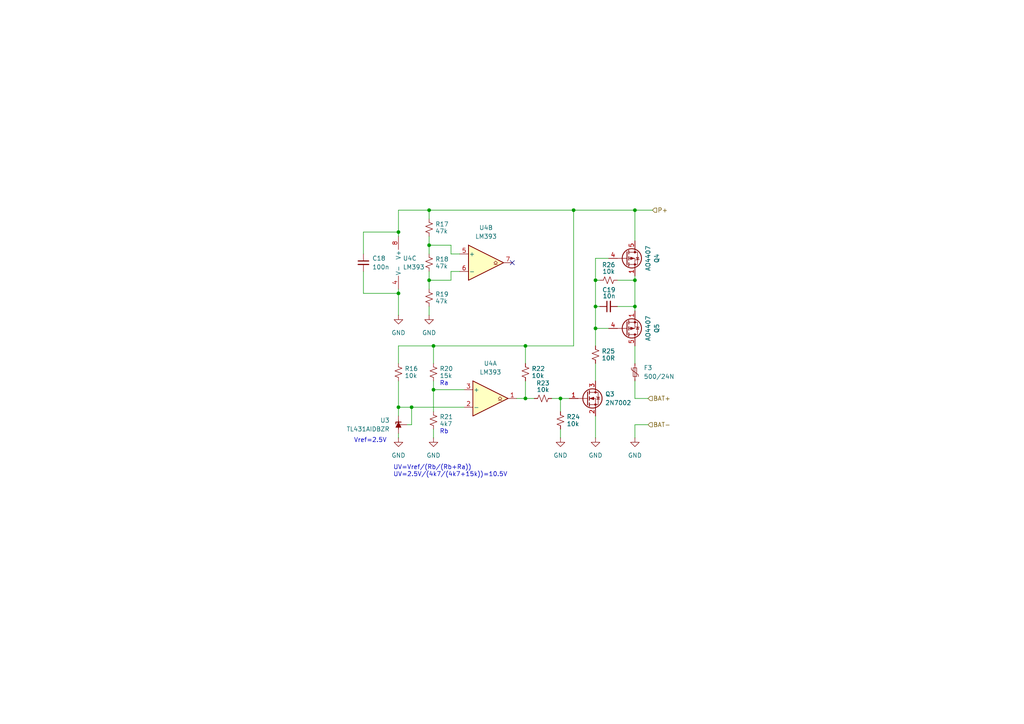
<source format=kicad_sch>
(kicad_sch (version 20250114) (generator "eeschema") (generator_version "9.0")
  (paper "A4")
  (title_block (title "UPS Lead Acid") (date "2025-06-05") (rev "1.0") (company "Electgpl"))
  (lib_symbols
    (symbol "Comparator:LM393" (pin_names (offset 0.127))
      (property "Reference" "U" (at 3.81 3.81 0))
      (property "Value" "LM393" (at 6.35 -3.81 0))
      (symbol "LM393_1_1"
        (polyline (pts (xy -5.08 5.08) (xy 5.08 0) (xy -5.08 -5.08) (xy -5.08 5.08)) (stroke (width 0.254)) (fill (type background)))
        (polyline (pts (xy 3.302 -0.508) (xy 2.794 -0.508) (xy 3.302 0) (xy 2.794 0.508) (xy 2.286 0) (xy 2.794 -0.508) (xy 2.286 -0.508)) (stroke (width 0.127)))
        (pin input line (at -7.62 2.54 0) (length 2.54) (name "+") (number "3"))
        (pin input line (at -7.62 -2.54 0) (length 2.54) (name "-") (number "2"))
        (pin open_collector line (at 7.62 0 180) (length 2.54) (name "~") (number "1"))
      )
      (symbol "LM393_2_1"
        (polyline (pts (xy -5.08 5.08) (xy 5.08 0) (xy -5.08 -5.08) (xy -5.08 5.08)) (stroke (width 0.254)) (fill (type background)))
        (polyline (pts (xy 3.302 -0.508) (xy 2.794 -0.508) (xy 3.302 0) (xy 2.794 0.508) (xy 2.286 0) (xy 2.794 -0.508) (xy 2.286 -0.508)) (stroke (width 0.127)))
        (pin input line (at -7.62 2.54 0) (length 2.54) (name "+") (number "5"))
        (pin input line (at -7.62 -2.54 0) (length 2.54) (name "-") (number "6"))
        (pin open_collector line (at 7.62 0 180) (length 2.54) (name "~") (number "7"))
      )
      (symbol "LM393_3_1"
        (pin power_in line (at -2.54 7.62 270) (length 3.81) (name "V+") (number "8"))
        (pin power_in line (at -2.54 -7.62 90) (length 3.81) (name "V-") (number "4"))
      )
    )
    (symbol "Device:C_Small" (pin_numbers (hide yes)) (pin_names (offset 0.254) (hide yes))
      (property "Reference" "C" (at 0.254 1.778 0))
      (property "Value" "C_Small" (at 0.254 -2.032 0))
      (symbol "C_Small_0_1"
        (polyline (pts (xy -1.524 0.508) (xy 1.524 0.508)) (stroke (width 0.3048)))
        (polyline (pts (xy -1.524 -0.508) (xy 1.524 -0.508)) (stroke (width 0.3302)))
      )
      (symbol "C_Small_1_1"
        (pin passive line (at 0 2.54 270) (length 2.032) (name "~") (number "1"))
        (pin passive line (at 0 -2.54 90) (length 2.032) (name "~") (number "2"))
      )
    )
    (symbol "Device:Polyfuse_Small" (pin_numbers (hide yes)) (pin_names (offset 0))
      (property "Reference" "F" (at -1.905 0 90))
      (property "Value" "Polyfuse_Small" (at 1.905 0 90))
      (symbol "Polyfuse_Small_0_1"
        (polyline (pts (xy -1.016 1.27) (xy -1.016 0.762) (xy 1.016 -0.762) (xy 1.016 -1.27)))
        (rectangle (start -0.508 1.27) (end 0.508 -1.27))
        (polyline (pts (xy 0 2.54) (xy 0 -2.54)))
      )
      (symbol "Polyfuse_Small_1_1"
        (pin passive line (at 0 2.54 270) (length 0.635) (name "~") (number "1"))
        (pin passive line (at 0 -2.54 90) (length 0.635) (name "~") (number "2"))
      )
    )
    (symbol "Device:R_Small_US" (pin_numbers (hide yes)) (pin_names (offset 0.254) (hide yes))
      (property "Reference" "R" (at 0.762 0.508 0))
      (property "Value" "R_Small_US" (at 0.762 -1.016 0))
      (symbol "R_Small_US_1_1"
        (polyline (pts (xy 0 1.524) (xy 1.016 1.143) (xy 0 0.762) (xy -1.016 0.381) (xy 0 0)))
        (polyline (pts (xy 0 0) (xy 1.016 -0.381) (xy 0 -0.762) (xy -1.016 -1.143) (xy 0 -1.524)))
        (pin passive line (at 0 2.54 270) (length 1.016) (name "~") (number "1"))
        (pin passive line (at 0 -2.54 90) (length 1.016) (name "~") (number "2"))
      )
    )
    (symbol "Reference_Voltage:TL431DBZ" (pin_numbers (hide yes)) (pin_names (hide yes))
      (property "Reference" "U" (at -2.54 2.54 0))
      (property "Value" "TL431DBZ" (at 0 -2.54 0))
      (symbol "TL431DBZ_0_1"
        (polyline (pts (xy -1.27 0) (xy 0 0) (xy 1.27 0)))
        (polyline (pts (xy -0.762 -0.762) (xy -0.762 0.762) (xy 0.762 0) (xy -0.762 -0.762)) (fill (type outline)))
        (polyline (pts (xy 0.254 -0.762) (xy 0.762 -0.762) (xy 0.762 0.762) (xy 0.762 0.762)) (stroke (width 0.254)))
      )
      (symbol "TL431DBZ_1_1"
        (pin passive line (at -2.54 0 0) (length 2.54) (name "A") (number "3"))
        (pin passive line (at 0 2.54 270) (length 2.54) (name "REF") (number "2"))
        (pin passive line (at 2.54 0 180) (length 2.54) (name "K") (number "1"))
      )
    )
    (symbol "Transistor_FET:2N7002" (pin_names (hide yes))
      (property "Reference" "Q" (at 5.08 1.905 0))
      (property "Value" "2N7002" (at 5.08 0 0))
      (symbol "2N7002_0_1"
        (polyline (pts (xy 0.254 1.905) (xy 0.254 -1.905)) (stroke (width 0.254)))
        (polyline (pts (xy 0.254 0) (xy -2.54 0)))
        (polyline (pts (xy 0.762 2.286) (xy 0.762 1.27)) (stroke (width 0.254)))
        (polyline (pts (xy 0.762 0.508) (xy 0.762 -0.508)) (stroke (width 0.254)))
        (polyline (pts (xy 0.762 -1.27) (xy 0.762 -2.286)) (stroke (width 0.254)))
        (polyline (pts (xy 0.762 -1.778) (xy 3.302 -1.778) (xy 3.302 1.778) (xy 0.762 1.778)))
        (polyline (pts (xy 1.016 0) (xy 2.032 0.381) (xy 2.032 -0.381) (xy 1.016 0)) (fill (type outline)))
        (circle (center 1.651 0) (radius 2.794) (stroke (width 0.254)))
        (polyline (pts (xy 2.54 2.54) (xy 2.54 1.778)))
        (circle (center 2.54 1.778) (radius 0.254) (fill (type outline)))
        (circle (center 2.54 -1.778) (radius 0.254) (fill (type outline)))
        (polyline (pts (xy 2.54 -2.54) (xy 2.54 0) (xy 0.762 0)))
        (polyline (pts (xy 2.794 0.508) (xy 2.921 0.381) (xy 3.683 0.381) (xy 3.81 0.254)))
        (polyline (pts (xy 3.302 0.381) (xy 2.921 -0.254) (xy 3.683 -0.254) (xy 3.302 0.381)))
      )
      (symbol "2N7002_1_1"
        (pin input line (at -5.08 0 0) (length 2.54) (name "G") (number "1"))
        (pin passive line (at 2.54 5.08 270) (length 2.54) (name "D") (number "3"))
        (pin passive line (at 2.54 -5.08 90) (length 2.54) (name "S") (number "2"))
      )
    )
    (symbol "Transistor_FET:IRF7404" (pin_names (hide yes))
      (property "Reference" "Q" (at 5.08 1.905 0))
      (property "Value" "IRF7404" (at 5.08 0 0))
      (symbol "IRF7404_0_1"
        (polyline (pts (xy 0.254 1.905) (xy 0.254 -1.905)) (stroke (width 0.254)))
        (polyline (pts (xy 0.254 0) (xy -2.54 0)))
        (polyline (pts (xy 0.762 2.286) (xy 0.762 1.27)) (stroke (width 0.254)))
        (polyline (pts (xy 0.762 1.778) (xy 3.302 1.778) (xy 3.302 -1.778) (xy 0.762 -1.778)))
        (polyline (pts (xy 0.762 0.508) (xy 0.762 -0.508)) (stroke (width 0.254)))
        (polyline (pts (xy 0.762 -1.27) (xy 0.762 -2.286)) (stroke (width 0.254)))
        (circle (center 1.651 0) (radius 2.794) (stroke (width 0.254)))
        (polyline (pts (xy 2.286 0) (xy 1.27 0.381) (xy 1.27 -0.381) (xy 2.286 0)) (fill (type outline)))
        (polyline (pts (xy 2.54 2.54) (xy 2.54 1.778)))
        (circle (center 2.54 1.778) (radius 0.254) (fill (type outline)))
        (circle (center 2.54 -1.778) (radius 0.254) (fill (type outline)))
        (polyline (pts (xy 2.54 -2.54) (xy 2.54 0) (xy 0.762 0)))
        (polyline (pts (xy 2.794 -0.508) (xy 2.921 -0.381) (xy 3.683 -0.381) (xy 3.81 -0.254)))
        (polyline (pts (xy 3.302 -0.381) (xy 2.921 0.254) (xy 3.683 0.254) (xy 3.302 -0.381)))
      )
      (symbol "IRF7404_1_1"
        (pin passive line (at -5.08 0 0) (length 2.54) (name "G") (number "4"))
        (pin passive line (at 2.54 5.08 270) (length 2.54) (name "D") (number "5"))
        (pin passive line (at 2.54 5.08 270) (length 2.54) (hide yes) (name "D") (number "6"))
        (pin passive line (at 2.54 5.08 270) (length 2.54) (hide yes) (name "D") (number "7"))
        (pin passive line (at 2.54 5.08 270) (length 2.54) (hide yes) (name "D") (number "8"))
        (pin passive line (at 2.54 -5.08 90) (length 2.54) (name "S") (number "1"))
        (pin passive line (at 2.54 -5.08 90) (length 2.54) (hide yes) (name "S") (number "2"))
        (pin passive line (at 2.54 -5.08 90) (length 2.54) (hide yes) (name "S") (number "3"))
      )
    )
    (symbol "power:GND" (power) (pin_numbers (hide yes)) (pin_names (offset 0) (hide yes))
      (property "Value" "GND" (at 0 -3.81 0))
      (symbol "GND_0_1"
        (polyline (pts (xy 0 0) (xy 0 -1.27) (xy 1.27 -1.27) (xy 0 -2.54) (xy -1.27 -1.27) (xy 0 -1.27)))
      )
      (symbol "GND_1_1"
        (pin power_in line (at 0 0 270) (length 0) (name "~") (number "1"))
      )
    )
  )
  (text "UV=Vref/(Rb/(Rb+Ra))\nUV=2.5V/(4k7/(4k7+15k))=10.5V" (at 114.046 138.43 0) (effects (font (size 1.27 1.27)) (justify left bottom)))
  (text "Rb" (at 127.508 125.984 0) (effects (font (size 1.27 1.27)) (justify left bottom)))
  (text "Ra" (at 127.508 112.014 0) (effects (font (size 1.27 1.27)) (justify left bottom)))
  (text "Vref=2.5V" (at 102.616 128.524 0) (effects (font (size 1.27 1.27)) (justify left bottom)))
  (junction (at 124.46 71.12))
  (junction (at 172.72 81.28))
  (junction (at 124.46 60.96))
  (junction (at 124.46 81.28))
  (junction (at 152.4 100.33))
  (junction (at 115.57 118.11))
  (junction (at 125.73 100.33))
  (junction (at 162.56 115.57))
  (junction (at 152.4 115.57))
  (junction (at 184.15 81.28))
  (junction (at 119.38 118.11))
  (junction (at 184.15 60.96))
  (junction (at 115.57 67.31))
  (junction (at 125.73 113.03))
  (junction (at 172.72 88.9))
  (junction (at 184.15 88.9))
  (junction (at 166.37 60.96))
  (junction (at 172.72 95.25))
  (junction (at 115.57 85.09))
  (no_connect (at 148.59 76.2))
  (wire (pts (xy 152.4 115.57) (xy 154.94 115.57)))
  (wire (pts (xy 119.38 118.11) (xy 134.62 118.11)))
  (wire (pts (xy 152.4 105.41) (xy 152.4 100.33)))
  (wire (pts (xy 189.23 60.96) (xy 184.15 60.96)))
  (wire (pts (xy 115.57 100.33) (xy 125.73 100.33)))
  (wire (pts (xy 130.81 73.66) (xy 130.81 71.12)))
  (wire (pts (xy 172.72 81.28) (xy 172.72 88.9)))
  (wire (pts (xy 176.53 74.93) (xy 172.72 74.93)))
  (wire (pts (xy 179.07 81.28) (xy 184.15 81.28)))
  (wire (pts (xy 125.73 124.46) (xy 125.73 127)))
  (wire (pts (xy 162.56 115.57) (xy 165.1 115.57)))
  (wire (pts (xy 115.57 125.73) (xy 115.57 127)))
  (wire (pts (xy 105.41 85.09) (xy 115.57 85.09)))
  (wire (pts (xy 115.57 118.11) (xy 115.57 120.65)))
  (wire (pts (xy 115.57 85.09) (xy 115.57 91.44)))
  (wire (pts (xy 172.72 74.93) (xy 172.72 81.28)))
  (wire (pts (xy 124.46 88.9) (xy 124.46 91.44)))
  (wire (pts (xy 172.72 105.41) (xy 172.72 110.49)))
  (wire (pts (xy 105.41 67.31) (xy 115.57 67.31)))
  (wire (pts (xy 115.57 85.09) (xy 115.57 83.82)))
  (wire (pts (xy 124.46 81.28) (xy 124.46 83.82)))
  (wire (pts (xy 172.72 88.9) (xy 172.72 95.25)))
  (wire (pts (xy 184.15 115.57) (xy 187.96 115.57)))
  (wire (pts (xy 115.57 67.31) (xy 115.57 60.96)))
  (wire (pts (xy 115.57 105.41) (xy 115.57 100.33)))
  (wire (pts (xy 184.15 80.01) (xy 184.15 81.28)))
  (wire (pts (xy 133.35 78.74) (xy 130.81 78.74)))
  (wire (pts (xy 184.15 60.96) (xy 184.15 69.85)))
  (wire (pts (xy 172.72 120.65) (xy 172.72 127)))
  (wire (pts (xy 172.72 95.25) (xy 172.72 100.33)))
  (wire (pts (xy 172.72 95.25) (xy 176.53 95.25)))
  (wire (pts (xy 130.81 71.12) (xy 124.46 71.12)))
  (wire (pts (xy 130.81 81.28) (xy 124.46 81.28)))
  (wire (pts (xy 125.73 113.03) (xy 125.73 119.38)))
  (wire (pts (xy 162.56 124.46) (xy 162.56 127)))
  (wire (pts (xy 130.81 78.74) (xy 130.81 81.28)))
  (wire (pts (xy 184.15 123.19) (xy 184.15 127)))
  (wire (pts (xy 184.15 100.33) (xy 184.15 105.41)))
  (wire (pts (xy 118.11 123.19) (xy 119.38 123.19)))
  (wire (pts (xy 184.15 81.28) (xy 184.15 88.9)))
  (wire (pts (xy 115.57 110.49) (xy 115.57 118.11)))
  (wire (pts (xy 166.37 60.96) (xy 184.15 60.96)))
  (wire (pts (xy 105.41 78.74) (xy 105.41 85.09)))
  (wire (pts (xy 115.57 68.58) (xy 115.57 67.31)))
  (wire (pts (xy 124.46 63.5) (xy 124.46 60.96)))
  (wire (pts (xy 152.4 110.49) (xy 152.4 115.57)))
  (wire (pts (xy 124.46 78.74) (xy 124.46 81.28)))
  (wire (pts (xy 124.46 71.12) (xy 124.46 68.58)))
  (wire (pts (xy 184.15 110.49) (xy 184.15 115.57)))
  (wire (pts (xy 187.96 123.19) (xy 184.15 123.19)))
  (wire (pts (xy 172.72 88.9) (xy 173.99 88.9)))
  (wire (pts (xy 125.73 110.49) (xy 125.73 113.03)))
  (wire (pts (xy 172.72 81.28) (xy 173.99 81.28)))
  (wire (pts (xy 125.73 100.33) (xy 152.4 100.33)))
  (wire (pts (xy 125.73 105.41) (xy 125.73 100.33)))
  (wire (pts (xy 160.02 115.57) (xy 162.56 115.57)))
  (wire (pts (xy 152.4 115.57) (xy 149.86 115.57)))
  (wire (pts (xy 162.56 115.57) (xy 162.56 119.38)))
  (wire (pts (xy 105.41 73.66) (xy 105.41 67.31)))
  (wire (pts (xy 119.38 123.19) (xy 119.38 118.11)))
  (wire (pts (xy 115.57 60.96) (xy 124.46 60.96)))
  (wire (pts (xy 115.57 118.11) (xy 119.38 118.11)))
  (wire (pts (xy 133.35 73.66) (xy 130.81 73.66)))
  (wire (pts (xy 124.46 71.12) (xy 124.46 73.66)))
  (wire (pts (xy 179.07 88.9) (xy 184.15 88.9)))
  (wire (pts (xy 166.37 60.96) (xy 166.37 100.33)))
  (wire (pts (xy 125.73 113.03) (xy 134.62 113.03)))
  (wire (pts (xy 124.46 60.96) (xy 166.37 60.96)))
  (wire (pts (xy 184.15 88.9) (xy 184.15 90.17)))
  (wire (pts (xy 166.37 100.33) (xy 152.4 100.33)))
  (hierarchical_label "BAT-" (shape input) (at 187.96 123.19 0))
  (hierarchical_label "BAT+" (shape input) (at 187.96 115.57 0))
  (hierarchical_label "P+" (shape input) (at 189.23 60.96 0))
  (symbol (lib_id "power:GND") (at 172.72 127 0) (unit 1)
    (property "Reference" "#PWR032" (effects (hide yes)))
    (property "Value" "GND" (at 172.72 132.08 0))
    (property "Description" "Power symbol creates a global label with name \"GND\" , ground" (effects (hide yes)))
  )
  (symbol (lib_id "Comparator:LM393") (at 140.97 76.2 0) (unit 2)
    (property "Reference" "U4" (at 140.97 66.04 0))
    (property "Value" "LM393" (at 140.97 68.58 0))
    (property "Footprint" "Package_SO:SOIC-8_3.9x4.9mm_P1.27mm" (effects (hide yes)))
    (property "Datasheet" "http://www.ti.com/lit/ds/symlink/lm393.pdf" (effects (hide yes)))
    (property "Description" "Low-Power, Low-Offset Voltage, Dual Comparators, DIP-8/SOIC-8/TO-99-8" (effects (hide yes)))
    (property "LCSC" "C67470" (effects (hide yes)))
    (property "MFR P/N" "LM393DR" (effects (hide yes)))
  )
  (symbol (lib_id "Device:R_Small_US") (at 115.57 107.95 0) (unit 1)
    (property "Reference" "R16" (at 117.348 106.934 0) (effects (justify left)))
    (property "Value" "10k" (at 117.348 108.966 0) (effects (justify left)))
    (property "Footprint" "Resistor_SMD:R_0603_1608Metric" (effects (hide yes)))
    (property "Description" "Resistor, small US symbol" (effects (hide yes)))
    (property "LCSC" "C2930027" (effects (hide yes)))
    (property "MFR P/N" "FRC0603J103 TS" (effects (hide yes)))
  )
  (symbol (lib_id "power:GND") (at 124.46 91.44 0) (unit 1)
    (property "Reference" "#PWR029" (effects (hide yes)))
    (property "Value" "GND" (at 124.46 96.52 0))
    (property "Description" "Power symbol creates a global label with name \"GND\" , ground" (effects (hide yes)))
  )
  (symbol (lib_id "Device:R_Small_US") (at 152.4 107.95 0) (unit 1)
    (property "Reference" "R22" (at 154.178 106.934 0) (effects (justify left)))
    (property "Value" "10k" (at 154.178 108.966 0) (effects (justify left)))
    (property "Footprint" "Resistor_SMD:R_0603_1608Metric" (effects (hide yes)))
    (property "Description" "Resistor, small US symbol" (effects (hide yes)))
    (property "LCSC" "C2930027" (effects (hide yes)))
    (property "MFR P/N" "FRC0603J103 TS" (effects (hide yes)))
  )
  (symbol (lib_id "Device:R_Small_US") (at 124.46 66.04 0) (unit 1)
    (property "Reference" "R17" (at 126.238 65.024 0) (effects (justify left)))
    (property "Value" "47k" (at 126.238 67.056 0) (effects (justify left)))
    (property "Footprint" "Resistor_SMD:R_0603_1608Metric" (effects (hide yes)))
    (property "Description" "Resistor, small US symbol" (effects (hide yes)))
    (property "LCSC" "C2907042" (effects (hide yes)))
    (property "MFR P/N" "FRC0603F4702TS" (effects (hide yes)))
  )
  (symbol (lib_id "Device:C_Small") (at 176.53 88.9 90) (unit 1)
    (property "Reference" "C19" (at 178.562 84.074 90) (effects (justify left)))
    (property "Value" "10n" (at 178.562 85.852 90) (effects (justify left)))
    (property "Footprint" "Capacitor_SMD:C_0603_1608Metric" (effects (hide yes)))
    (property "Description" "Unpolarized capacitor, small symbol" (effects (hide yes)))
    (property "LCSC" "C1589" (effects (hide yes)))
    (property "MFR P/N" "CL10B103KB8NNNC" (effects (hide yes)))
  )
  (symbol (lib_id "Device:R_Small_US") (at 172.72 102.87 0) (unit 1)
    (property "Reference" "R25" (at 174.498 101.854 0) (effects (justify left)))
    (property "Value" "10R" (at 174.498 103.886 0) (effects (justify left)))
    (property "Footprint" "Resistor_SMD:R_0603_1608Metric" (effects (hide yes)))
    (property "Description" "Resistor, small US symbol" (effects (hide yes)))
    (property "LCSC" "C2907091" (effects (hide yes)))
    (property "MFR P/N" "FRC0603J100 TS" (effects (hide yes)))
  )
  (symbol (lib_id "Comparator:LM393") (at 118.11 76.2 0) (unit 3)
    (property "Reference" "U4" (at 116.84 74.9299 0) (effects (justify left)))
    (property "Value" "LM393" (at 116.84 77.4699 0) (effects (justify left)))
    (property "Footprint" "Package_SO:SOIC-8_3.9x4.9mm_P1.27mm" (effects (hide yes)))
    (property "Datasheet" "http://www.ti.com/lit/ds/symlink/lm393.pdf" (effects (hide yes)))
    (property "Description" "Low-Power, Low-Offset Voltage, Dual Comparators, DIP-8/SOIC-8/TO-99-8" (effects (hide yes)))
    (property "LCSC" "C67470" (effects (hide yes)))
    (property "MFR P/N" "LM393DR" (effects (hide yes)))
  )
  (symbol (lib_id "Device:R_Small_US") (at 176.53 81.28 90) (unit 1)
    (property "Reference" "R26" (at 176.53 76.835 90))
    (property "Value" "10k" (at 176.53 78.74 90))
    (property "Footprint" "Resistor_SMD:R_0603_1608Metric" (effects (hide yes)))
    (property "Description" "Resistor, small US symbol" (effects (hide yes)))
    (property "LCSC" "C2930027" (effects (hide yes)))
    (property "MFR P/N" "FRC0603J103 TS" (effects (hide yes)))
  )
  (symbol (lib_id "Transistor_FET:IRF7404") (at 181.61 95.25 0) (mirror x) (unit 1)
    (property "Reference" "Q5" (at 190.5 95.25 90))
    (property "Value" "AO4407" (at 187.96 95.25 90))
    (property "Footprint" "Package_SO:SOP-8_3.9x4.9mm_P1.27mm" (effects (hide yes)))
    (property "Datasheet" "http://www.infineon.com/dgdl/irf7404.pdf?fileId=5546d462533600a4015355fa2b5b1b9e" (effects (hide yes)))
    (property "Description" "-6.7A Id, -20V Vds, P-Channel HEXFET Power MOSFET, SO-8" (effects (hide yes)))
    (property "LCSC" "C2841482" (effects (hide yes)))
    (property "MFR P/N" "AO4407A" (effects (hide yes)))
  )
  (symbol (lib_id "power:GND") (at 125.73 127 0) (unit 1)
    (property "Reference" "#PWR030" (effects (hide yes)))
    (property "Value" "GND" (at 125.73 132.08 0))
    (property "Description" "Power symbol creates a global label with name \"GND\" , ground" (effects (hide yes)))
  )
  (symbol (lib_id "Device:R_Small_US") (at 124.46 76.2 0) (unit 1)
    (property "Reference" "R18" (at 126.238 75.184 0) (effects (justify left)))
    (property "Value" "47k" (at 126.238 77.216 0) (effects (justify left)))
    (property "Footprint" "Resistor_SMD:R_0603_1608Metric" (effects (hide yes)))
    (property "Description" "Resistor, small US symbol" (effects (hide yes)))
    (property "LCSC" "C2907042" (effects (hide yes)))
    (property "MFR P/N" "FRC0603F4702TS" (effects (hide yes)))
  )
  (symbol (lib_id "Comparator:LM393") (at 142.24 115.57 0) (unit 1)
    (property "Reference" "U4" (at 142.24 105.41 0))
    (property "Value" "LM393" (at 142.24 107.95 0))
    (property "Footprint" "Package_SO:SOIC-8_3.9x4.9mm_P1.27mm" (effects (hide yes)))
    (property "Datasheet" "http://www.ti.com/lit/ds/symlink/lm393.pdf" (effects (hide yes)))
    (property "Description" "Low-Power, Low-Offset Voltage, Dual Comparators, DIP-8/SOIC-8/TO-99-8" (effects (hide yes)))
    (property "LCSC" "C67470" (effects (hide yes)))
    (property "MFR P/N" "LM393DR" (effects (hide yes)))
  )
  (symbol (lib_id "power:GND") (at 115.57 91.44 0) (unit 1)
    (property "Reference" "#PWR027" (effects (hide yes)))
    (property "Value" "GND" (at 115.57 96.52 0))
    (property "Description" "Power symbol creates a global label with name \"GND\" , ground" (effects (hide yes)))
  )
  (symbol (lib_id "Device:R_Small_US") (at 157.48 115.57 90) (unit 1)
    (property "Reference" "R23" (at 157.48 111.125 90))
    (property "Value" "10k" (at 157.48 113.03 90))
    (property "Footprint" "Resistor_SMD:R_0603_1608Metric" (effects (hide yes)))
    (property "Description" "Resistor, small US symbol" (effects (hide yes)))
    (property "LCSC" "C2930027" (effects (hide yes)))
    (property "MFR P/N" "FRC0603J103 TS" (effects (hide yes)))
  )
  (symbol (lib_id "Device:Polyfuse_Small") (at 184.15 107.95 180) (unit 1)
    (property "Reference" "F3" (at 186.69 106.6799 0) (effects (justify right)))
    (property "Value" "500/24N" (at 186.69 109.2199 0) (effects (justify right)))
    (property "Footprint" "Fuse:Fuse_2920_7451Metric" (effects (hide yes)))
    (property "Description" "24V 5A 40A 10A 2920 Resettable Fuses ROHS" (effects (hide yes)))
    (property "Absolute minimum" "16V 3A" (effects (hide yes)))
    (property "Reference MFG P/N" "C6165172" (effects (hide yes)))
    (property "LCSC" "C6165172" (effects (hide yes)))
    (property "MFR P/N" "SMD2920-500/24N" (effects (hide yes)))
  )
  (symbol (lib_id "Device:R_Small_US") (at 124.46 86.36 0) (unit 1)
    (property "Reference" "R19" (at 126.238 85.344 0) (effects (justify left)))
    (property "Value" "47k" (at 126.238 87.376 0) (effects (justify left)))
    (property "Footprint" "Resistor_SMD:R_0603_1608Metric" (effects (hide yes)))
    (property "Description" "Resistor, small US symbol" (effects (hide yes)))
    (property "LCSC" "C2907042" (effects (hide yes)))
    (property "MFR P/N" "FRC0603F4702TS" (effects (hide yes)))
  )
  (symbol (lib_id "Device:R_Small_US") (at 125.73 121.92 0) (unit 1)
    (property "Reference" "R21" (at 127.508 120.904 0) (effects (justify left)))
    (property "Value" "4k7" (at 127.508 122.936 0) (effects (justify left)))
    (property "Footprint" "Resistor_SMD:R_0603_1608Metric" (effects (hide yes)))
    (property "Description" "Resistor, small US symbol" (effects (hide yes)))
    (property "LCSC" "C2907166" (effects (hide yes)))
    (property "MFR P/N" "FRC0603J472 TS" (effects (hide yes)))
  )
  (symbol (lib_id "Device:C_Small") (at 105.41 76.2 0) (unit 1)
    (property "Reference" "C18" (at 107.95 74.93 0) (effects (justify left)))
    (property "Value" "100n" (at 107.95 77.47 0) (effects (justify left)))
    (property "Footprint" "Capacitor_SMD:C_0603_1608Metric" (effects (hide yes)))
    (property "Description" "Unpolarized capacitor, small symbol" (effects (hide yes)))
    (property "LCSC" "C1591" (effects (hide yes)))
    (property "MFR P/N" "CL10B104KB8NNNC" (effects (hide yes)))
  )
  (symbol (lib_id "Device:R_Small_US") (at 162.56 121.92 0) (unit 1)
    (property "Reference" "R24" (at 164.338 120.904 0) (effects (justify left)))
    (property "Value" "10k" (at 164.338 122.936 0) (effects (justify left)))
    (property "Footprint" "Resistor_SMD:R_0603_1608Metric" (effects (hide yes)))
    (property "Description" "Resistor, small US symbol" (effects (hide yes)))
    (property "LCSC" "C2930027" (effects (hide yes)))
    (property "MFR P/N" "FRC0603J103 TS" (effects (hide yes)))
  )
  (symbol (lib_id "power:GND") (at 115.57 127 0) (unit 1)
    (property "Reference" "#PWR028" (effects (hide yes)))
    (property "Value" "GND" (at 115.57 132.08 0))
    (property "Description" "Power symbol creates a global label with name \"GND\" , ground" (effects (hide yes)))
  )
  (symbol (lib_id "Transistor_FET:IRF7404") (at 181.61 74.93 0) (unit 1)
    (property "Reference" "Q4" (at 190.5 74.93 90))
    (property "Value" "AO4407" (at 187.96 74.93 90))
    (property "Footprint" "Package_SO:SOP-8_3.9x4.9mm_P1.27mm" (effects (hide yes)))
    (property "Datasheet" "http://www.infineon.com/dgdl/irf7404.pdf?fileId=5546d462533600a4015355fa2b5b1b9e" (effects (hide yes)))
    (property "Description" "-6.7A Id, -20V Vds, P-Channel HEXFET Power MOSFET, SO-8" (effects (hide yes)))
    (property "LCSC" "C2841482" (effects (hide yes)))
    (property "MFR P/N" "AO4407A" (effects (hide yes)))
  )
  (symbol (lib_id "Reference_Voltage:TL431DBZ") (at 115.57 123.19 270) (mirror x) (unit 1)
    (property "Reference" "U3" (at 113.03 121.9199 90) (effects (justify right)))
    (property "Value" "TL431AIDBZR" (at 113.03 124.4599 90) (effects (justify right)))
    (property "Footprint" "Package_TO_SOT_SMD:SOT-23" (effects (hide yes)))
    (property "Datasheet" "http://www.ti.com/lit/ds/symlink/tl431.pdf" (effects (hide yes)))
    (property "Description" "Shunt Regulator, SOT-23" (effects (hide yes)))
    (property "LCSC" "C23892" (effects (hide yes)))
    (property "MFR P/N" "TL431AIDBZR" (effects (hide yes)))
  )
  (symbol (lib_id "power:GND") (at 184.15 127 0) (unit 1)
    (property "Reference" "#PWR033" (effects (hide yes)))
    (property "Value" "GND" (at 184.15 132.08 0))
    (property "Description" "Power symbol creates a global label with name \"GND\" , ground" (effects (hide yes)))
  )
  (symbol (lib_id "Device:R_Small_US") (at 125.73 107.95 0) (unit 1)
    (property "Reference" "R20" (at 127.508 106.934 0) (effects (justify left)))
    (property "Value" "15k" (at 127.508 108.966 0) (effects (justify left)))
    (property "Footprint" "Resistor_SMD:R_0603_1608Metric" (effects (hide yes)))
    (property "Description" "Resistor, small US symbol" (effects (hide yes)))
    (property "LCSC" "C2906995" (effects (hide yes)))
    (property "MFR P/N" "FRC0603F1502TS" (effects (hide yes)))
  )
  (symbol (lib_id "power:GND") (at 162.56 127 0) (unit 1)
    (property "Reference" "#PWR031" (effects (hide yes)))
    (property "Value" "GND" (at 162.56 132.08 0))
    (property "Description" "Power symbol creates a global label with name \"GND\" , ground" (effects (hide yes)))
  )
  (symbol (lib_id "Transistor_FET:2N7002") (at 170.18 115.57 0) (unit 1)
    (property "Reference" "Q3" (at 175.514 114.3 0) (effects (justify left)))
    (property "Value" "2N7002" (at 175.514 116.84 0) (effects (justify left)))
    (property "Footprint" "Package_TO_SOT_SMD:SOT-23" (effects (hide yes)))
    (property "Datasheet" "https://www.onsemi.com/pub/Collateral/NDS7002A-D.PDF" (effects (hide yes)))
    (property "Description" "0.115A Id, 60V Vds, N-Channel MOSFET, SOT-23" (effects (hide yes)))
    (property "LCSC" "C65189" (effects (hide yes)))
    (property "MFR P/N" "2N7002,215" (effects (hide yes)))
  )
)
</source>
